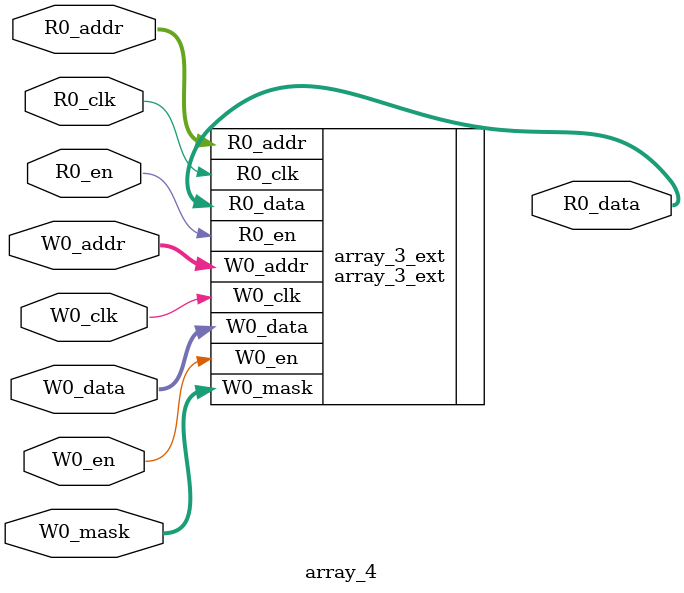
<source format=sv>
`ifndef RANDOMIZE
  `ifdef RANDOMIZE_MEM_INIT
    `define RANDOMIZE
  `endif // RANDOMIZE_MEM_INIT
`endif // not def RANDOMIZE
`ifndef RANDOMIZE
  `ifdef RANDOMIZE_REG_INIT
    `define RANDOMIZE
  `endif // RANDOMIZE_REG_INIT
`endif // not def RANDOMIZE

`ifndef RANDOM
  `define RANDOM $random
`endif // not def RANDOM

// Users can define INIT_RANDOM as general code that gets injected into the
// initializer block for modules with registers.
`ifndef INIT_RANDOM
  `define INIT_RANDOM
`endif // not def INIT_RANDOM

// If using random initialization, you can also define RANDOMIZE_DELAY to
// customize the delay used, otherwise 0.002 is used.
`ifndef RANDOMIZE_DELAY
  `define RANDOMIZE_DELAY 0.002
`endif // not def RANDOMIZE_DELAY

// Define INIT_RANDOM_PROLOG_ for use in our modules below.
`ifndef INIT_RANDOM_PROLOG_
  `ifdef RANDOMIZE
    `ifdef VERILATOR
      `define INIT_RANDOM_PROLOG_ `INIT_RANDOM
    `else  // VERILATOR
      `define INIT_RANDOM_PROLOG_ `INIT_RANDOM #`RANDOMIZE_DELAY begin end
    `endif // VERILATOR
  `else  // RANDOMIZE
    `define INIT_RANDOM_PROLOG_
  `endif // RANDOMIZE
`endif // not def INIT_RANDOM_PROLOG_

// Include register initializers in init blocks unless synthesis is set
`ifndef SYNTHESIS
  `ifndef ENABLE_INITIAL_REG_
    `define ENABLE_INITIAL_REG_
  `endif // not def ENABLE_INITIAL_REG_
`endif // not def SYNTHESIS

// Include rmemory initializers in init blocks unless synthesis is set
`ifndef SYNTHESIS
  `ifndef ENABLE_INITIAL_MEM_
    `define ENABLE_INITIAL_MEM_
  `endif // not def ENABLE_INITIAL_MEM_
`endif // not def SYNTHESIS

// Standard header to adapt well known macros for prints and assertions.

// Users can define 'PRINTF_COND' to add an extra gate to prints.
`ifndef PRINTF_COND_
  `ifdef PRINTF_COND
    `define PRINTF_COND_ (`PRINTF_COND)
  `else  // PRINTF_COND
    `define PRINTF_COND_ 1
  `endif // PRINTF_COND
`endif // not def PRINTF_COND_

// Users can define 'ASSERT_VERBOSE_COND' to add an extra gate to assert error printing.
`ifndef ASSERT_VERBOSE_COND_
  `ifdef ASSERT_VERBOSE_COND
    `define ASSERT_VERBOSE_COND_ (`ASSERT_VERBOSE_COND)
  `else  // ASSERT_VERBOSE_COND
    `define ASSERT_VERBOSE_COND_ 1
  `endif // ASSERT_VERBOSE_COND
`endif // not def ASSERT_VERBOSE_COND_

// Users can define 'STOP_COND' to add an extra gate to stop conditions.
`ifndef STOP_COND_
  `ifdef STOP_COND
    `define STOP_COND_ (`STOP_COND)
  `else  // STOP_COND
    `define STOP_COND_ 1
  `endif // STOP_COND
`endif // not def STOP_COND_

module array_4(	// ventus/src/SRAMTemplate/SRAMTemplate.scala:96:26
  input  [8:0]  R0_addr,
  input         R0_en,
                R0_clk,
  output [31:0] R0_data,
  input  [8:0]  W0_addr,
  input         W0_en,
                W0_clk,
  input  [31:0] W0_data,
  input  [3:0]  W0_mask
);

  array_3_ext array_3_ext (	// ventus/src/SRAMTemplate/SRAMTemplate.scala:96:26
    .R0_addr (R0_addr),
    .R0_en   (R0_en),
    .R0_clk  (R0_clk),
    .R0_data (R0_data),
    .W0_addr (W0_addr),
    .W0_en   (W0_en),
    .W0_clk  (W0_clk),
    .W0_data (W0_data),
    .W0_mask (W0_mask)
  );
endmodule


</source>
